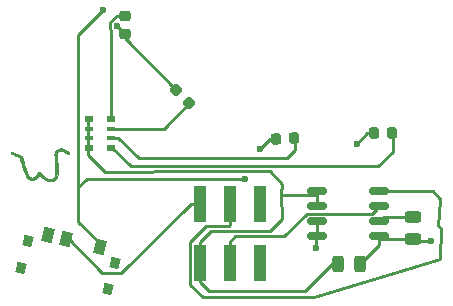
<source format=gbr>
G04 #@! TF.GenerationSoftware,KiCad,Pcbnew,(5.99.0-9526-g5c17ff0595)*
G04 #@! TF.CreationDate,2021-07-11T20:16:44-05:00*
G04 #@! TF.ProjectId,dumpsterFire,64756d70-7374-4657-9246-6972652e6b69,rev?*
G04 #@! TF.SameCoordinates,Original*
G04 #@! TF.FileFunction,Copper,L2,Bot*
G04 #@! TF.FilePolarity,Positive*
%FSLAX46Y46*%
G04 Gerber Fmt 4.6, Leading zero omitted, Abs format (unit mm)*
G04 Created by KiCad (PCBNEW (5.99.0-9526-g5c17ff0595)) date 2021-07-11 20:16:44*
%MOMM*%
%LPD*%
G01*
G04 APERTURE LIST*
G04 Aperture macros list*
%AMRoundRect*
0 Rectangle with rounded corners*
0 $1 Rounding radius*
0 $2 $3 $4 $5 $6 $7 $8 $9 X,Y pos of 4 corners*
0 Add a 4 corners polygon primitive as box body*
4,1,4,$2,$3,$4,$5,$6,$7,$8,$9,$2,$3,0*
0 Add four circle primitives for the rounded corners*
1,1,$1+$1,$2,$3*
1,1,$1+$1,$4,$5*
1,1,$1+$1,$6,$7*
1,1,$1+$1,$8,$9*
0 Add four rect primitives between the rounded corners*
20,1,$1+$1,$2,$3,$4,$5,0*
20,1,$1+$1,$4,$5,$6,$7,0*
20,1,$1+$1,$6,$7,$8,$9,0*
20,1,$1+$1,$8,$9,$2,$3,0*%
%AMRotRect*
0 Rectangle, with rotation*
0 The origin of the aperture is its center*
0 $1 length*
0 $2 width*
0 $3 Rotation angle, in degrees counterclockwise*
0 Add horizontal line*
21,1,$1,$2,0,0,$3*%
G04 Aperture macros list end*
G04 #@! TA.AperFunction,EtchedComponent*
%ADD10C,0.010000*%
G04 #@! TD*
G04 #@! TA.AperFunction,SMDPad,CuDef*
%ADD11RoundRect,0.218750X-0.256250X0.218750X-0.256250X-0.218750X0.256250X-0.218750X0.256250X0.218750X0*%
G04 #@! TD*
G04 #@! TA.AperFunction,SMDPad,CuDef*
%ADD12RoundRect,0.218750X0.335876X0.026517X0.026517X0.335876X-0.335876X-0.026517X-0.026517X-0.335876X0*%
G04 #@! TD*
G04 #@! TA.AperFunction,SMDPad,CuDef*
%ADD13RoundRect,0.218750X0.205039X0.267347X-0.231861X0.244450X-0.205039X-0.267347X0.231861X-0.244450X0*%
G04 #@! TD*
G04 #@! TA.AperFunction,SMDPad,CuDef*
%ADD14RoundRect,0.218750X0.209674X0.263728X-0.227560X0.248460X-0.209674X-0.263728X0.227560X-0.248460X0*%
G04 #@! TD*
G04 #@! TA.AperFunction,SMDPad,CuDef*
%ADD15R,1.000000X3.150000*%
G04 #@! TD*
G04 #@! TA.AperFunction,SMDPad,CuDef*
%ADD16R,0.800000X0.500000*%
G04 #@! TD*
G04 #@! TA.AperFunction,SMDPad,CuDef*
%ADD17R,0.800000X0.400000*%
G04 #@! TD*
G04 #@! TA.AperFunction,SMDPad,CuDef*
%ADD18RotRect,0.800000X0.900000X346.000000*%
G04 #@! TD*
G04 #@! TA.AperFunction,SMDPad,CuDef*
%ADD19RotRect,0.900000X1.250000X346.000000*%
G04 #@! TD*
G04 #@! TA.AperFunction,SMDPad,CuDef*
%ADD20RoundRect,0.243750X-0.243750X-0.456250X0.243750X-0.456250X0.243750X0.456250X-0.243750X0.456250X0*%
G04 #@! TD*
G04 #@! TA.AperFunction,SMDPad,CuDef*
%ADD21RoundRect,0.243750X0.456250X-0.243750X0.456250X0.243750X-0.456250X0.243750X-0.456250X-0.243750X0*%
G04 #@! TD*
G04 #@! TA.AperFunction,SMDPad,CuDef*
%ADD22RoundRect,0.150000X-0.675000X-0.150000X0.675000X-0.150000X0.675000X0.150000X-0.675000X0.150000X0*%
G04 #@! TD*
G04 #@! TA.AperFunction,ViaPad*
%ADD23C,0.600000*%
G04 #@! TD*
G04 #@! TA.AperFunction,Conductor*
%ADD24C,0.250000*%
G04 #@! TD*
G04 APERTURE END LIST*
D10*
X132580587Y-107229101D02*
X132397524Y-107321441D01*
X132397524Y-107321441D02*
X132261592Y-107455243D01*
X132261592Y-107455243D02*
X132254211Y-107466445D01*
X132254211Y-107466445D02*
X132215704Y-107536560D01*
X132215704Y-107536560D02*
X132194213Y-107611161D01*
X132194213Y-107611161D02*
X132187740Y-107711906D01*
X132187740Y-107711906D02*
X132194287Y-107860454D01*
X132194287Y-107860454D02*
X132205088Y-107999000D01*
X132205088Y-107999000D02*
X132218682Y-108207176D01*
X132218682Y-108207176D02*
X132229873Y-108465106D01*
X132229873Y-108465106D02*
X132237394Y-108737886D01*
X132237394Y-108737886D02*
X132239962Y-108959064D01*
X132239962Y-108959064D02*
X132239221Y-109191042D01*
X132239221Y-109191042D02*
X132234387Y-109355025D01*
X132234387Y-109355025D02*
X132223305Y-109467664D01*
X132223305Y-109467664D02*
X132203820Y-109545610D01*
X132203820Y-109545610D02*
X132173775Y-109605512D01*
X132173775Y-109605512D02*
X132152268Y-109636397D01*
X132152268Y-109636397D02*
X132066398Y-109721274D01*
X132066398Y-109721274D02*
X131952822Y-109761004D01*
X131952822Y-109761004D02*
X131879984Y-109769227D01*
X131879984Y-109769227D02*
X131632110Y-109750096D01*
X131632110Y-109750096D02*
X131404281Y-109652890D01*
X131404281Y-109652890D02*
X131190656Y-109474818D01*
X131190656Y-109474818D02*
X131135776Y-109413825D01*
X131135776Y-109413825D02*
X131031108Y-109300241D01*
X131031108Y-109300241D02*
X130940934Y-109218178D01*
X130940934Y-109218178D02*
X130883859Y-109184453D01*
X130883859Y-109184453D02*
X130881888Y-109184334D01*
X130881888Y-109184334D02*
X130826245Y-109217452D01*
X130826245Y-109217452D02*
X130752818Y-109301096D01*
X130752818Y-109301096D02*
X130720495Y-109348393D01*
X130720495Y-109348393D02*
X130573131Y-109539127D01*
X130573131Y-109539127D02*
X130423087Y-109653226D01*
X130423087Y-109653226D02*
X130275716Y-109689020D01*
X130275716Y-109689020D02*
X130136369Y-109644837D01*
X130136369Y-109644837D02*
X130042029Y-109560223D01*
X130042029Y-109560223D02*
X129961347Y-109451415D01*
X129961347Y-109451415D02*
X129891066Y-109323458D01*
X129891066Y-109323458D02*
X129823918Y-109159221D01*
X129823918Y-109159221D02*
X129752636Y-108941574D01*
X129752636Y-108941574D02*
X129694015Y-108739834D01*
X129694015Y-108739834D02*
X129634550Y-108529010D01*
X129634550Y-108529010D02*
X129572317Y-108309557D01*
X129572317Y-108309557D02*
X129518667Y-108121471D01*
X129518667Y-108121471D02*
X129507754Y-108083442D01*
X129507754Y-108083442D02*
X129428584Y-107808050D01*
X129428584Y-107808050D02*
X129000435Y-107644582D01*
X129000435Y-107644582D02*
X128782433Y-107565972D01*
X128782433Y-107565972D02*
X128634002Y-107523703D01*
X128634002Y-107523703D02*
X128548999Y-107516227D01*
X128548999Y-107516227D02*
X128527855Y-107525545D01*
X128527855Y-107525545D02*
X128497323Y-107584474D01*
X128497323Y-107584474D02*
X128530260Y-107644145D01*
X128530260Y-107644145D02*
X128632714Y-107709634D01*
X128632714Y-107709634D02*
X128810730Y-107786021D01*
X128810730Y-107786021D02*
X128860113Y-107804600D01*
X128860113Y-107804600D02*
X129019737Y-107866840D01*
X129019737Y-107866840D02*
X129150704Y-107923866D01*
X129150704Y-107923866D02*
X129230730Y-107965783D01*
X129230730Y-107965783D02*
X129241473Y-107973933D01*
X129241473Y-107973933D02*
X129269685Y-108030037D01*
X129269685Y-108030037D02*
X129313474Y-108151746D01*
X129313474Y-108151746D02*
X129367447Y-108322637D01*
X129367447Y-108322637D02*
X129426210Y-108526288D01*
X129426210Y-108526288D02*
X129442749Y-108586804D01*
X129442749Y-108586804D02*
X129553263Y-108968610D01*
X129553263Y-108968610D02*
X129659349Y-109273568D01*
X129659349Y-109273568D02*
X129765154Y-109509062D01*
X129765154Y-109509062D02*
X129874827Y-109682475D01*
X129874827Y-109682475D02*
X129992515Y-109801190D01*
X129992515Y-109801190D02*
X130122365Y-109872591D01*
X130122365Y-109872591D02*
X130173931Y-109888398D01*
X130173931Y-109888398D02*
X130347621Y-109891191D01*
X130347621Y-109891191D02*
X130531426Y-109824646D01*
X130531426Y-109824646D02*
X130703741Y-109697924D01*
X130703741Y-109697924D02*
X130757431Y-109640944D01*
X130757431Y-109640944D02*
X130908489Y-109464467D01*
X130908489Y-109464467D02*
X131078458Y-109641355D01*
X131078458Y-109641355D02*
X131262966Y-109807866D01*
X131262966Y-109807866D02*
X131446288Y-109910737D01*
X131446288Y-109910737D02*
X131659082Y-109964778D01*
X131659082Y-109964778D02*
X131773587Y-109977186D01*
X131773587Y-109977186D02*
X131931029Y-109983485D01*
X131931029Y-109983485D02*
X132040094Y-109967957D01*
X132040094Y-109967957D02*
X132135756Y-109923620D01*
X132135756Y-109923620D02*
X132177666Y-109896552D01*
X132177666Y-109896552D02*
X132305913Y-109768677D01*
X132305913Y-109768677D02*
X132397302Y-109581493D01*
X132397302Y-109581493D02*
X132452345Y-109331317D01*
X132452345Y-109331317D02*
X132471551Y-109014461D01*
X132471551Y-109014461D02*
X132455431Y-108627242D01*
X132455431Y-108627242D02*
X132410818Y-108213076D01*
X132410818Y-108213076D02*
X132382055Y-107961873D01*
X132382055Y-107961873D02*
X132374811Y-107778459D01*
X132374811Y-107778459D02*
X132392863Y-107647833D01*
X132392863Y-107647833D02*
X132439991Y-107554997D01*
X132439991Y-107554997D02*
X132519973Y-107484951D01*
X132519973Y-107484951D02*
X132606298Y-107437122D01*
X132606298Y-107437122D02*
X132751342Y-107392101D01*
X132751342Y-107392101D02*
X132889703Y-107410585D01*
X132889703Y-107410585D02*
X133037459Y-107497350D01*
X133037459Y-107497350D02*
X133153421Y-107599650D01*
X133153421Y-107599650D02*
X133248884Y-107685110D01*
X133248884Y-107685110D02*
X133311491Y-107715811D01*
X133311491Y-107715811D02*
X133363708Y-107701090D01*
X133363708Y-107701090D02*
X133376473Y-107692361D01*
X133376473Y-107692361D02*
X133423927Y-107647661D01*
X133423927Y-107647661D02*
X133417648Y-107598669D01*
X133417648Y-107598669D02*
X133379475Y-107539482D01*
X133379475Y-107539482D02*
X133270040Y-107426072D01*
X133270040Y-107426072D02*
X133117499Y-107319287D01*
X133117499Y-107319287D02*
X132952595Y-107236782D01*
X132952595Y-107236782D02*
X132806072Y-107196212D01*
X132806072Y-107196212D02*
X132779026Y-107194667D01*
X132779026Y-107194667D02*
X132580587Y-107229101D01*
X132580587Y-107229101D02*
X132580587Y-107229101D01*
G36*
X132806072Y-107196212D02*
G01*
X132952595Y-107236782D01*
X133117499Y-107319287D01*
X133270040Y-107426072D01*
X133379475Y-107539482D01*
X133417648Y-107598669D01*
X133423927Y-107647661D01*
X133376473Y-107692361D01*
X133363708Y-107701090D01*
X133311491Y-107715811D01*
X133248884Y-107685110D01*
X133153421Y-107599650D01*
X133037459Y-107497350D01*
X132889703Y-107410585D01*
X132751342Y-107392101D01*
X132606298Y-107437122D01*
X132519973Y-107484951D01*
X132439991Y-107554997D01*
X132392863Y-107647833D01*
X132374811Y-107778459D01*
X132382055Y-107961873D01*
X132410818Y-108213076D01*
X132455431Y-108627242D01*
X132471551Y-109014461D01*
X132452345Y-109331317D01*
X132397302Y-109581493D01*
X132305913Y-109768677D01*
X132177666Y-109896552D01*
X132135756Y-109923620D01*
X132040094Y-109967957D01*
X131931029Y-109983485D01*
X131773587Y-109977186D01*
X131659082Y-109964778D01*
X131446288Y-109910737D01*
X131262966Y-109807866D01*
X131078458Y-109641355D01*
X130908489Y-109464467D01*
X130757431Y-109640944D01*
X130703741Y-109697924D01*
X130531426Y-109824646D01*
X130347621Y-109891191D01*
X130173931Y-109888398D01*
X130122365Y-109872591D01*
X129992515Y-109801190D01*
X129874827Y-109682475D01*
X129765154Y-109509062D01*
X129659349Y-109273568D01*
X129553263Y-108968610D01*
X129442749Y-108586804D01*
X129426210Y-108526288D01*
X129367447Y-108322637D01*
X129313474Y-108151746D01*
X129269685Y-108030037D01*
X129241473Y-107973933D01*
X129230730Y-107965783D01*
X129150704Y-107923866D01*
X129019737Y-107866840D01*
X128860113Y-107804600D01*
X128810730Y-107786021D01*
X128632714Y-107709634D01*
X128530260Y-107644145D01*
X128497323Y-107584474D01*
X128527855Y-107525545D01*
X128548999Y-107516227D01*
X128634002Y-107523703D01*
X128782433Y-107565972D01*
X129000435Y-107644582D01*
X129428584Y-107808050D01*
X129507754Y-108083442D01*
X129518667Y-108121471D01*
X129572317Y-108309557D01*
X129634550Y-108529010D01*
X129694015Y-108739834D01*
X129752636Y-108941574D01*
X129823918Y-109159221D01*
X129891066Y-109323458D01*
X129961347Y-109451415D01*
X130042029Y-109560223D01*
X130136369Y-109644837D01*
X130275716Y-109689020D01*
X130423087Y-109653226D01*
X130573131Y-109539127D01*
X130720495Y-109348393D01*
X130752818Y-109301096D01*
X130826245Y-109217452D01*
X130881888Y-109184334D01*
X130883859Y-109184453D01*
X130940934Y-109218178D01*
X131031108Y-109300241D01*
X131135776Y-109413825D01*
X131190656Y-109474818D01*
X131404281Y-109652890D01*
X131632110Y-109750096D01*
X131879984Y-109769227D01*
X131952822Y-109761004D01*
X132066398Y-109721274D01*
X132152268Y-109636397D01*
X132173775Y-109605512D01*
X132203820Y-109545610D01*
X132223305Y-109467664D01*
X132234387Y-109355025D01*
X132239221Y-109191042D01*
X132239962Y-108959064D01*
X132237394Y-108737886D01*
X132229873Y-108465106D01*
X132218682Y-108207176D01*
X132205088Y-107999000D01*
X132194287Y-107860454D01*
X132187740Y-107711906D01*
X132194213Y-107611161D01*
X132215704Y-107536560D01*
X132254211Y-107466445D01*
X132261592Y-107455243D01*
X132397524Y-107321441D01*
X132580587Y-107229101D01*
X132779026Y-107194667D01*
X132806072Y-107196212D01*
G37*
X132806072Y-107196212D02*
X132952595Y-107236782D01*
X133117499Y-107319287D01*
X133270040Y-107426072D01*
X133379475Y-107539482D01*
X133417648Y-107598669D01*
X133423927Y-107647661D01*
X133376473Y-107692361D01*
X133363708Y-107701090D01*
X133311491Y-107715811D01*
X133248884Y-107685110D01*
X133153421Y-107599650D01*
X133037459Y-107497350D01*
X132889703Y-107410585D01*
X132751342Y-107392101D01*
X132606298Y-107437122D01*
X132519973Y-107484951D01*
X132439991Y-107554997D01*
X132392863Y-107647833D01*
X132374811Y-107778459D01*
X132382055Y-107961873D01*
X132410818Y-108213076D01*
X132455431Y-108627242D01*
X132471551Y-109014461D01*
X132452345Y-109331317D01*
X132397302Y-109581493D01*
X132305913Y-109768677D01*
X132177666Y-109896552D01*
X132135756Y-109923620D01*
X132040094Y-109967957D01*
X131931029Y-109983485D01*
X131773587Y-109977186D01*
X131659082Y-109964778D01*
X131446288Y-109910737D01*
X131262966Y-109807866D01*
X131078458Y-109641355D01*
X130908489Y-109464467D01*
X130757431Y-109640944D01*
X130703741Y-109697924D01*
X130531426Y-109824646D01*
X130347621Y-109891191D01*
X130173931Y-109888398D01*
X130122365Y-109872591D01*
X129992515Y-109801190D01*
X129874827Y-109682475D01*
X129765154Y-109509062D01*
X129659349Y-109273568D01*
X129553263Y-108968610D01*
X129442749Y-108586804D01*
X129426210Y-108526288D01*
X129367447Y-108322637D01*
X129313474Y-108151746D01*
X129269685Y-108030037D01*
X129241473Y-107973933D01*
X129230730Y-107965783D01*
X129150704Y-107923866D01*
X129019737Y-107866840D01*
X128860113Y-107804600D01*
X128810730Y-107786021D01*
X128632714Y-107709634D01*
X128530260Y-107644145D01*
X128497323Y-107584474D01*
X128527855Y-107525545D01*
X128548999Y-107516227D01*
X128634002Y-107523703D01*
X128782433Y-107565972D01*
X129000435Y-107644582D01*
X129428584Y-107808050D01*
X129507754Y-108083442D01*
X129518667Y-108121471D01*
X129572317Y-108309557D01*
X129634550Y-108529010D01*
X129694015Y-108739834D01*
X129752636Y-108941574D01*
X129823918Y-109159221D01*
X129891066Y-109323458D01*
X129961347Y-109451415D01*
X130042029Y-109560223D01*
X130136369Y-109644837D01*
X130275716Y-109689020D01*
X130423087Y-109653226D01*
X130573131Y-109539127D01*
X130720495Y-109348393D01*
X130752818Y-109301096D01*
X130826245Y-109217452D01*
X130881888Y-109184334D01*
X130883859Y-109184453D01*
X130940934Y-109218178D01*
X131031108Y-109300241D01*
X131135776Y-109413825D01*
X131190656Y-109474818D01*
X131404281Y-109652890D01*
X131632110Y-109750096D01*
X131879984Y-109769227D01*
X131952822Y-109761004D01*
X132066398Y-109721274D01*
X132152268Y-109636397D01*
X132173775Y-109605512D01*
X132203820Y-109545610D01*
X132223305Y-109467664D01*
X132234387Y-109355025D01*
X132239221Y-109191042D01*
X132239962Y-108959064D01*
X132237394Y-108737886D01*
X132229873Y-108465106D01*
X132218682Y-108207176D01*
X132205088Y-107999000D01*
X132194287Y-107860454D01*
X132187740Y-107711906D01*
X132194213Y-107611161D01*
X132215704Y-107536560D01*
X132254211Y-107466445D01*
X132261592Y-107455243D01*
X132397524Y-107321441D01*
X132580587Y-107229101D01*
X132779026Y-107194667D01*
X132806072Y-107196212D01*
D11*
X138200000Y-95970000D03*
X138200000Y-97545000D03*
D12*
X142496306Y-102216306D03*
X143610000Y-103330000D03*
D13*
X152498921Y-106358785D03*
X150926079Y-106441215D03*
D14*
X159212980Y-105917483D03*
X160787020Y-105862517D03*
D15*
X144510000Y-111870000D03*
X144510000Y-116920000D03*
X147050000Y-111870000D03*
X147050000Y-116920000D03*
X149590000Y-111870000D03*
X149590000Y-116920000D03*
D16*
X136950000Y-104740000D03*
D17*
X136950000Y-106340000D03*
X136950000Y-105540000D03*
D16*
X136950000Y-107140000D03*
D17*
X135150000Y-105540000D03*
D16*
X135150000Y-104740000D03*
D17*
X135150000Y-106340000D03*
D16*
X135150000Y-107140000D03*
D18*
X129381790Y-117302210D03*
X136756038Y-119140816D03*
X137322161Y-116911555D03*
X129938210Y-115070530D03*
D19*
X131678043Y-114499470D03*
X133133486Y-114862353D03*
X136044373Y-115588119D03*
D20*
X156200000Y-117000000D03*
X158075000Y-117000000D03*
D21*
X162550000Y-114875000D03*
X162550000Y-113000000D03*
D22*
X154425000Y-114655000D03*
X154425000Y-113385000D03*
X154425000Y-112115000D03*
X154425000Y-110845000D03*
X159675000Y-110845000D03*
X159675000Y-112115000D03*
X159675000Y-113385000D03*
X159675000Y-114655000D03*
D23*
X154300000Y-115650000D03*
X164050000Y-115000000D03*
X136310000Y-95500000D03*
X149570000Y-107290000D03*
X157780000Y-106812696D03*
X137510000Y-96830000D03*
X148300000Y-109775000D03*
D24*
X136950000Y-97195004D02*
X136950000Y-104240000D01*
X136884998Y-96529998D02*
X136884998Y-97130002D01*
X137444996Y-95970000D02*
X136884998Y-96529998D01*
X138200000Y-95970000D02*
X137444996Y-95970000D01*
X136950000Y-104240000D02*
X136950000Y-104740000D01*
X136884998Y-97130002D02*
X136950000Y-97195004D01*
X150926079Y-106441215D02*
X150418785Y-106441215D01*
X150418785Y-106441215D02*
X149570000Y-107290000D01*
X158675213Y-105917483D02*
X157780000Y-106812696D01*
X159212980Y-105917483D02*
X158675213Y-105917483D01*
X157780000Y-106812696D02*
X157780000Y-106812696D01*
X142496306Y-102216306D02*
X138150000Y-97870000D01*
X138150000Y-97870000D02*
X138150000Y-97430000D01*
X138200000Y-97545000D02*
X138200000Y-97520000D01*
X138200000Y-97520000D02*
X137510000Y-96830000D01*
X136090000Y-115265000D02*
X136090000Y-115440000D01*
X134225000Y-113400000D02*
X136090000Y-115265000D01*
X134200000Y-112525000D02*
X134200000Y-113400000D01*
X136310000Y-95500000D02*
X134200000Y-97610000D01*
X134200000Y-110575000D02*
X134200000Y-110500000D01*
X134200000Y-97610000D02*
X134200000Y-110575000D01*
X134200000Y-110575000D02*
X134200000Y-112550000D01*
X134200000Y-110500000D02*
X134925000Y-109775000D01*
X134925000Y-109775000D02*
X148300000Y-109775000D01*
X154425000Y-113385000D02*
X154425000Y-114655000D01*
X154300000Y-114780000D02*
X154425000Y-114655000D01*
X154300000Y-115650000D02*
X154300000Y-114780000D01*
X162675000Y-115000000D02*
X162550000Y-114875000D01*
X164050000Y-115000000D02*
X162675000Y-115000000D01*
X159895000Y-114875000D02*
X159675000Y-114655000D01*
X162550000Y-114875000D02*
X159895000Y-114875000D01*
X159675000Y-115400000D02*
X159675000Y-114655000D01*
X158075000Y-117000000D02*
X159675000Y-115400000D01*
X136950000Y-105540000D02*
X141450000Y-105540000D01*
X141450000Y-105540000D02*
X143600000Y-103390000D01*
X137600000Y-106340000D02*
X139310000Y-108050000D01*
X136950000Y-106340000D02*
X137600000Y-106340000D01*
X139310000Y-108050000D02*
X151880000Y-108050000D01*
X151880000Y-108050000D02*
X152590000Y-107340000D01*
X152590000Y-107340000D02*
X152590000Y-106480000D01*
X137100000Y-107140000D02*
X138650000Y-108690000D01*
X136950000Y-107140000D02*
X137100000Y-107140000D01*
X138650000Y-108690000D02*
X159610000Y-108690000D01*
X159610000Y-108690000D02*
X160820000Y-107480000D01*
X160820000Y-107480000D02*
X160820000Y-105750000D01*
X136250981Y-117769967D02*
X133381014Y-114900000D01*
X137860033Y-117769967D02*
X136250981Y-117769967D01*
X144510000Y-111870000D02*
X143760000Y-111870000D01*
X143760000Y-111870000D02*
X137860033Y-117769967D01*
X133381014Y-114900000D02*
X132880000Y-114900000D01*
X144600000Y-109150000D02*
X136470000Y-109170000D01*
X151425000Y-110175000D02*
X150400000Y-109150000D01*
X144510000Y-115095000D02*
X145405000Y-114200000D01*
X135060000Y-107760000D02*
X135060000Y-104810000D01*
X136470000Y-109170000D02*
X135060000Y-107760000D01*
X145405000Y-114200000D02*
X150400000Y-114200000D01*
X144510000Y-116920000D02*
X144510000Y-115095000D01*
X150400000Y-109150000D02*
X144600000Y-109150000D01*
X150400000Y-114200000D02*
X151425000Y-113175000D01*
X154425000Y-112115000D02*
X154425000Y-110845000D01*
X151495000Y-111145000D02*
X151400000Y-111050000D01*
X154425000Y-110845000D02*
X154125000Y-111145000D01*
X151425000Y-113175000D02*
X151400000Y-111050000D01*
X154125000Y-111145000D02*
X151495000Y-111145000D01*
X151400000Y-111050000D02*
X151425000Y-110175000D01*
X144510000Y-118510000D02*
X144510000Y-116920000D01*
X145300000Y-119300000D02*
X144510000Y-118510000D01*
X153412500Y-119300000D02*
X145300000Y-119300000D01*
X156200000Y-117000000D02*
X155712500Y-117000000D01*
X155712500Y-117000000D02*
X153412500Y-119300000D01*
X164873674Y-111473675D02*
X164245000Y-110845000D01*
X164802229Y-111537902D02*
X164873674Y-111473675D01*
X164685179Y-113738470D02*
X164802229Y-111537902D01*
X164877728Y-113952655D02*
X164685179Y-113738470D01*
X145290012Y-113749990D02*
X145270001Y-113770001D01*
X146995010Y-113749990D02*
X145290012Y-113749990D01*
X147050000Y-113695000D02*
X146995010Y-113749990D01*
X145270001Y-113770001D02*
X144999997Y-113770001D01*
X144999997Y-113770001D02*
X143684999Y-115084999D01*
X143684999Y-115084999D02*
X143684999Y-118755001D01*
X143684999Y-118755001D02*
X144729998Y-119800000D01*
X144729998Y-119800000D02*
X154174604Y-119800000D01*
X154174604Y-119800000D02*
X164798740Y-116548091D01*
X164798740Y-116548091D02*
X164877728Y-113952655D01*
X164245000Y-110845000D02*
X159675000Y-110845000D01*
X147050000Y-111870000D02*
X147050000Y-113695000D01*
X159375000Y-112415000D02*
X159675000Y-112115000D01*
X159049990Y-112740010D02*
X159375000Y-112415000D01*
X153573222Y-112740010D02*
X159049990Y-112740010D01*
X151663222Y-114650010D02*
X153573222Y-112740010D01*
X147494990Y-114650010D02*
X151663222Y-114650010D01*
X147050000Y-115095000D02*
X147494990Y-114650010D01*
X147050000Y-116920000D02*
X147050000Y-115095000D01*
X160060000Y-113000000D02*
X159675000Y-113385000D01*
X162550000Y-113000000D02*
X160060000Y-113000000D01*
M02*

</source>
